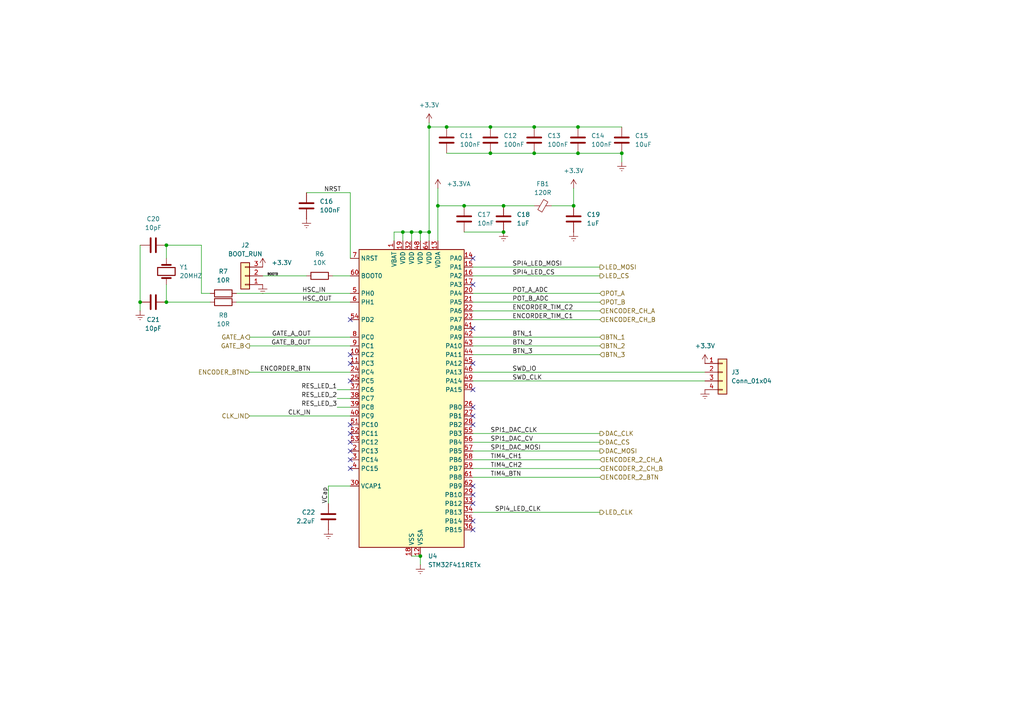
<source format=kicad_sch>
(kicad_sch (version 20231120) (generator "eeschema") (generator_version "8.0")
  (paper "A4")
  (lib_symbols
    (symbol "Connector_Generic:Conn_01x03" (pin_names (offset 1.016) hide)
      (property "Reference" "J" (at 0 5.08 0))
      (property "Value" "Conn_01x03" (at 0 -5.08 0))
      (symbol "Conn_01x03_1_1"
        (rectangle (start -1.27 -2.413) (end 0 -2.667) (stroke (width 0.1524)))
        (rectangle (start -1.27 0.127) (end 0 -0.127) (stroke (width 0.1524)))
        (rectangle (start -1.27 2.667) (end 0 2.413) (stroke (width 0.1524)))
        (rectangle (start -1.27 3.81) (end 1.27 -3.81) (stroke (width 0.254)) (fill (type background)))
        (pin passive line (at -5.08 2.54 0) (length 3.81) (name "Pin_1") (number "1"))
        (pin passive line (at -5.08 0 0) (length 3.81) (name "Pin_2") (number "2"))
        (pin passive line (at -5.08 -2.54 0) (length 3.81) (name "Pin_3") (number "3"))
      )
    )
    (symbol "Connector_Generic:Conn_01x04" (pin_names (offset 1.016) hide)
      (property "Reference" "J" (at 0 5.08 0))
      (property "Value" "Conn_01x04" (at 0 -7.62 0))
      (symbol "Conn_01x04_1_1"
        (rectangle (start -1.27 -4.953) (end 0 -5.207) (stroke (width 0.1524)))
        (rectangle (start -1.27 -2.413) (end 0 -2.667) (stroke (width 0.1524)))
        (rectangle (start -1.27 0.127) (end 0 -0.127) (stroke (width 0.1524)))
        (rectangle (start -1.27 2.667) (end 0 2.413) (stroke (width 0.1524)))
        (rectangle (start -1.27 3.81) (end 1.27 -6.35) (stroke (width 0.254)) (fill (type background)))
        (pin passive line (at -5.08 2.54 0) (length 3.81) (name "Pin_1") (number "1"))
        (pin passive line (at -5.08 0 0) (length 3.81) (name "Pin_2") (number "2"))
        (pin passive line (at -5.08 -2.54 0) (length 3.81) (name "Pin_3") (number "3"))
        (pin passive line (at -5.08 -5.08 0) (length 3.81) (name "Pin_4") (number "4"))
      )
    )
    (symbol "Device:C" (pin_numbers hide) (pin_names (offset 0.254))
      (property "Reference" "C" (at 0.635 2.54 0))
      (property "Value" "C" (at 0.635 -2.54 0))
      (symbol "C_0_1"
        (polyline (pts (xy -2.032 -0.762) (xy 2.032 -0.762)) (stroke (width 0.508)))
        (polyline (pts (xy -2.032 0.762) (xy 2.032 0.762)) (stroke (width 0.508)))
      )
      (symbol "C_1_1"
        (pin passive line (at 0 3.81 270) (length 2.794) (name "~") (number "1"))
        (pin passive line (at 0 -3.81 90) (length 2.794) (name "~") (number "2"))
      )
    )
    (symbol "Device:Crystal" (pin_numbers hide) (pin_names (offset 1.016) hide)
      (property "Reference" "Y" (at 0 3.81 0))
      (property "Value" "Crystal" (at 0 -3.81 0))
      (symbol "Crystal_0_1"
        (rectangle (start -1.143 2.54) (end 1.143 -2.54) (stroke (width 0.3048)))
        (polyline (pts (xy -2.54 0) (xy -1.905 0)))
        (polyline (pts (xy -1.905 -1.27) (xy -1.905 1.27)) (stroke (width 0.508)))
        (polyline (pts (xy 1.905 -1.27) (xy 1.905 1.27)) (stroke (width 0.508)))
        (polyline (pts (xy 2.54 0) (xy 1.905 0)))
      )
      (symbol "Crystal_1_1"
        (pin passive line (at -3.81 0 0) (length 1.27) (name "1") (number "1"))
        (pin passive line (at 3.81 0 180) (length 1.27) (name "2") (number "2"))
      )
    )
    (symbol "Device:FerriteBead_Small" (pin_numbers hide) (pin_names (offset 0))
      (property "Reference" "FB" (at 1.905 1.27 0))
      (property "Value" "FerriteBead_Small" (at 1.905 -1.27 0))
      (symbol "FerriteBead_Small_0_1"
        (polyline (pts (xy 0 -1.27) (xy 0 -0.7874)))
        (polyline (pts (xy 0 0.889) (xy 0 1.2954)))
        (polyline (pts (xy -1.8288 0.2794) (xy -1.1176 1.4986) (xy 1.8288 -0.2032) (xy 1.1176 -1.4224) (xy -1.8288 0.2794)))
      )
      (symbol "FerriteBead_Small_1_1"
        (pin passive line (at 0 2.54 270) (length 1.27) (name "~") (number "1"))
        (pin passive line (at 0 -2.54 90) (length 1.27) (name "~") (number "2"))
      )
    )
    (symbol "Device:R" (pin_numbers hide) (pin_names (offset 0))
      (property "Reference" "R" (at 2.032 0 90))
      (property "Value" "R" (at 0 0 90))
      (symbol "R_0_1"
        (rectangle (start -1.016 -2.54) (end 1.016 2.54) (stroke (width 0.254)))
      )
      (symbol "R_1_1"
        (pin passive line (at 0 3.81 270) (length 1.27) (name "~") (number "1"))
        (pin passive line (at 0 -3.81 90) (length 1.27) (name "~") (number "2"))
      )
    )
    (symbol "MCU_ST_STM32F4:STM32F411RETx"
      (property "Reference" "U" (at -15.24 44.45 0))
      (property "Value" "STM32F411RETx" (at 10.16 44.45 0))
      (symbol "STM32F411RETx_0_1"
        (rectangle (start -15.24 -43.18) (end 15.24 43.18) (stroke (width 0.254)) (fill (type background)))
      )
      (symbol "STM32F411RETx_1_1"
        (pin power_in line (at -5.08 45.72 270) (length 2.54) (name "VBAT") (number "1"))
        (pin bidirectional line (at -17.78 12.7 0) (length 2.54) (name "PC2") (number "10"))
        (pin bidirectional line (at -17.78 10.16 0) (length 2.54) (name "PC3") (number "11"))
        (pin power_in line (at 2.54 -45.72 90) (length 2.54) (name "VSSA") (number "12"))
        (pin power_in line (at 7.62 45.72 270) (length 2.54) (name "VDDA") (number "13"))
        (pin bidirectional line (at 17.78 40.64 180) (length 2.54) (name "PA0") (number "14"))
        (pin bidirectional line (at 17.78 38.1 180) (length 2.54) (name "PA1") (number "15"))
        (pin bidirectional line (at 17.78 35.56 180) (length 2.54) (name "PA2") (number "16"))
        (pin bidirectional line (at 17.78 33.02 180) (length 2.54) (name "PA3") (number "17"))
        (pin power_in line (at 0 -45.72 90) (length 2.54) (name "VSS") (number "18"))
        (pin power_in line (at -2.54 45.72 270) (length 2.54) (name "VDD") (number "19"))
        (pin bidirectional line (at -17.78 -15.24 0) (length 2.54) (name "PC13") (number "2"))
        (pin bidirectional line (at 17.78 30.48 180) (length 2.54) (name "PA4") (number "20"))
        (pin bidirectional line (at 17.78 27.94 180) (length 2.54) (name "PA5") (number "21"))
        (pin bidirectional line (at 17.78 25.4 180) (length 2.54) (name "PA6") (number "22"))
        (pin bidirectional line (at 17.78 22.86 180) (length 2.54) (name "PA7") (number "23"))
        (pin bidirectional line (at -17.78 7.62 0) (length 2.54) (name "PC4") (number "24"))
        (pin bidirectional line (at -17.78 5.08 0) (length 2.54) (name "PC5") (number "25"))
        (pin bidirectional line (at 17.78 -2.54 180) (length 2.54) (name "PB0") (number "26"))
        (pin bidirectional line (at 17.78 -5.08 180) (length 2.54) (name "PB1") (number "27"))
        (pin bidirectional line (at 17.78 -7.62 180) (length 2.54) (name "PB2") (number "28"))
        (pin bidirectional line (at 17.78 -27.94 180) (length 2.54) (name "PB10") (number "29"))
        (pin bidirectional line (at -17.78 -17.78 0) (length 2.54) (name "PC14") (number "3"))
        (pin power_out line (at -17.78 -25.4 0) (length 2.54) (name "VCAP1") (number "30"))
        (pin passive line (at 0 -45.72 90) (length 2.54) hide (name "VSS") (number "31"))
        (pin power_in line (at 0 45.72 270) (length 2.54) (name "VDD") (number "32"))
        (pin bidirectional line (at 17.78 -30.48 180) (length 2.54) (name "PB12") (number "33"))
        (pin bidirectional line (at 17.78 -33.02 180) (length 2.54) (name "PB13") (number "34"))
        (pin bidirectional line (at 17.78 -35.56 180) (length 2.54) (name "PB14") (number "35"))
        (pin bidirectional line (at 17.78 -38.1 180) (length 2.54) (name "PB15") (number "36"))
        (pin bidirectional line (at -17.78 2.54 0) (length 2.54) (name "PC6") (number "37"))
        (pin bidirectional line (at -17.78 0 0) (length 2.54) (name "PC7") (number "38"))
        (pin bidirectional line (at -17.78 -2.54 0) (length 2.54) (name "PC8") (number "39"))
        (pin bidirectional line (at -17.78 -20.32 0) (length 2.54) (name "PC15") (number "4"))
        (pin bidirectional line (at -17.78 -5.08 0) (length 2.54) (name "PC9") (number "40"))
        (pin bidirectional line (at 17.78 20.32 180) (length 2.54) (name "PA8") (number "41"))
        (pin bidirectional line (at 17.78 17.78 180) (length 2.54) (name "PA9") (number "42"))
        (pin bidirectional line (at 17.78 15.24 180) (length 2.54) (name "PA10") (number "43"))
        (pin bidirectional line (at 17.78 12.7 180) (length 2.54) (name "PA11") (number "44"))
        (pin bidirectional line (at 17.78 10.16 180) (length 2.54) (name "PA12") (number "45"))
        (pin bidirectional line (at 17.78 7.62 180) (length 2.54) (name "PA13") (number "46"))
        (pin passive line (at 0 -45.72 90) (length 2.54) hide (name "VSS") (number "47"))
        (pin power_in line (at 2.54 45.72 270) (length 2.54) (name "VDD") (number "48"))
        (pin bidirectional line (at 17.78 5.08 180) (length 2.54) (name "PA14") (number "49"))
        (pin bidirectional line (at -17.78 30.48 0) (length 2.54) (name "PH0") (number "5"))
        (pin bidirectional line (at 17.78 2.54 180) (length 2.54) (name "PA15") (number "50"))
        (pin bidirectional line (at -17.78 -7.62 0) (length 2.54) (name "PC10") (number "51"))
        (pin bidirectional line (at -17.78 -10.16 0) (length 2.54) (name "PC11") (number "52"))
        (pin bidirectional line (at -17.78 -12.7 0) (length 2.54) (name "PC12") (number "53"))
        (pin bidirectional line (at -17.78 22.86 0) (length 2.54) (name "PD2") (number "54"))
        (pin bidirectional line (at 17.78 -10.16 180) (length 2.54) (name "PB3") (number "55"))
        (pin bidirectional line (at 17.78 -12.7 180) (length 2.54) (name "PB4") (number "56"))
        (pin bidirectional line (at 17.78 -15.24 180) (length 2.54) (name "PB5") (number "57"))
        (pin bidirectional line (at 17.78 -17.78 180) (length 2.54) (name "PB6") (number "58"))
        (pin bidirectional line (at 17.78 -20.32 180) (length 2.54) (name "PB7") (number "59"))
        (pin bidirectional line (at -17.78 27.94 0) (length 2.54) (name "PH1") (number "6"))
        (pin input line (at -17.78 35.56 0) (length 2.54) (name "BOOT0") (number "60"))
        (pin bidirectional line (at 17.78 -22.86 180) (length 2.54) (name "PB8") (number "61"))
        (pin bidirectional line (at 17.78 -25.4 180) (length 2.54) (name "PB9") (number "62"))
        (pin passive line (at 0 -45.72 90) (length 2.54) hide (name "VSS") (number "63"))
        (pin power_in line (at 5.08 45.72 270) (length 2.54) (name "VDD") (number "64"))
        (pin input line (at -17.78 40.64 0) (length 2.54) (name "NRST") (number "7"))
        (pin bidirectional line (at -17.78 17.78 0) (length 2.54) (name "PC0") (number "8"))
        (pin bidirectional line (at -17.78 15.24 0) (length 2.54) (name "PC1") (number "9"))
      )
    )
    (symbol "power:+3.3V" (power) (pin_numbers hide) (pin_names (offset 0) hide)
      (property "Value" "+3.3V" (at 0 3.556 0))
      (symbol "+3.3V_0_1"
        (polyline (pts (xy -0.762 1.27) (xy 0 2.54)))
        (polyline (pts (xy 0 0) (xy 0 2.54)))
        (polyline (pts (xy 0 2.54) (xy 0.762 1.27)))
      )
      (symbol "+3.3V_1_1"
        (pin power_in line (at 0 0 90) (length 0) (name "~") (number "1"))
      )
    )
    (symbol "power:GNDREF" (power) (pin_numbers hide) (pin_names (offset 0) hide)
      (property "Value" "GNDREF" (at 0 -3.81 0))
      (symbol "GNDREF_0_1"
        (polyline (pts (xy -0.635 -1.905) (xy 0.635 -1.905)))
        (polyline (pts (xy -0.127 -2.54) (xy 0.127 -2.54)))
        (polyline (pts (xy 0 -1.27) (xy 0 0)))
        (polyline (pts (xy 1.27 -1.27) (xy -1.27 -1.27)))
      )
      (symbol "GNDREF_1_1"
        (pin power_in line (at 0 0 270) (length 0) (name "~") (number "1"))
      )
    )
  )
  (junction (at 124.46 67.31))
  (junction (at 48.26 87.63))
  (junction (at 167.64 36.83))
  (junction (at 121.92 67.31))
  (junction (at 142.24 36.83))
  (junction (at 116.84 67.31))
  (junction (at 127 59.69))
  (junction (at 121.92 161.29))
  (junction (at 142.24 44.45))
  (junction (at 166.37 59.69))
  (junction (at 124.46 36.83))
  (junction (at 167.64 44.45))
  (junction (at 154.94 36.83))
  (junction (at 48.26 71.12))
  (junction (at 129.54 36.83))
  (junction (at 134.62 59.69))
  (junction (at 180.34 44.45))
  (junction (at 146.05 59.69))
  (junction (at 154.94 44.45))
  (junction (at 40.64 87.63))
  (junction (at 119.38 67.31))
  (junction (at 146.05 67.31))
  (no_connect (at 137.16 113.03))
  (no_connect (at 137.16 120.65))
  (no_connect (at 101.6 110.49))
  (no_connect (at 101.6 102.87))
  (no_connect (at 137.16 74.93))
  (no_connect (at 137.16 146.05))
  (no_connect (at 137.16 105.41))
  (no_connect (at 101.6 125.73))
  (no_connect (at 101.6 105.41))
  (no_connect (at 101.6 128.27))
  (no_connect (at 101.6 92.71))
  (no_connect (at 137.16 118.11))
  (no_connect (at 137.16 123.19))
  (no_connect (at 137.16 82.55))
  (no_connect (at 101.6 130.81))
  (no_connect (at 137.16 153.67))
  (no_connect (at 101.6 123.19))
  (no_connect (at 137.16 140.97))
  (no_connect (at 137.16 95.25))
  (no_connect (at 101.6 135.89))
  (no_connect (at 101.6 133.35))
  (no_connect (at 137.16 151.13))
  (no_connect (at 137.16 143.51))
  (wire (pts (xy 127 59.69) (xy 127 54.61)))
  (wire (pts (xy 72.39 97.79) (xy 101.6 97.79)))
  (wire (pts (xy 180.34 46.99) (xy 180.34 44.45)))
  (wire (pts (xy 137.16 110.49) (xy 204.47 110.49)))
  (wire (pts (xy 137.16 133.35) (xy 173.99 133.35)))
  (wire (pts (xy 40.64 71.12) (xy 40.64 87.63)))
  (wire (pts (xy 142.24 44.45) (xy 154.94 44.45)))
  (wire (pts (xy 48.26 87.63) (xy 60.96 87.63)))
  (wire (pts (xy 48.26 74.93) (xy 48.26 71.12)))
  (wire (pts (xy 97.79 115.57) (xy 101.6 115.57)))
  (wire (pts (xy 137.16 130.81) (xy 173.99 130.81)))
  (wire (pts (xy 97.79 113.03) (xy 101.6 113.03)))
  (wire (pts (xy 95.25 140.97) (xy 101.6 140.97)))
  (wire (pts (xy 137.16 80.01) (xy 173.99 80.01)))
  (wire (pts (xy 58.42 85.09) (xy 60.96 85.09)))
  (wire (pts (xy 137.16 128.27) (xy 173.99 128.27)))
  (wire (pts (xy 72.39 120.65) (xy 101.6 120.65)))
  (wire (pts (xy 116.84 67.31) (xy 114.3 67.31)))
  (wire (pts (xy 97.79 118.11) (xy 101.6 118.11)))
  (wire (pts (xy 124.46 67.31) (xy 124.46 69.85)))
  (wire (pts (xy 137.16 102.87) (xy 173.99 102.87)))
  (wire (pts (xy 121.92 67.31) (xy 121.92 69.85)))
  (wire (pts (xy 137.16 125.73) (xy 173.99 125.73)))
  (wire (pts (xy 124.46 35.56) (xy 124.46 36.83)))
  (wire (pts (xy 129.54 36.83) (xy 142.24 36.83)))
  (wire (pts (xy 40.64 87.63) (xy 40.64 90.17)))
  (wire (pts (xy 137.16 77.47) (xy 173.99 77.47)))
  (wire (pts (xy 48.26 82.55) (xy 48.26 87.63)))
  (wire (pts (xy 167.64 36.83) (xy 180.34 36.83)))
  (wire (pts (xy 142.24 36.83) (xy 154.94 36.83)))
  (wire (pts (xy 137.16 135.89) (xy 173.99 135.89)))
  (wire (pts (xy 137.16 85.09) (xy 173.99 85.09)))
  (wire (pts (xy 119.38 67.31) (xy 121.92 67.31)))
  (wire (pts (xy 154.94 44.45) (xy 167.64 44.45)))
  (wire (pts (xy 48.26 71.12) (xy 58.42 71.12)))
  (wire (pts (xy 101.6 74.93) (xy 101.6 55.88)))
  (wire (pts (xy 76.2 80.01) (xy 88.9 80.01)))
  (wire (pts (xy 124.46 36.83) (xy 124.46 67.31)))
  (wire (pts (xy 72.39 100.33) (xy 101.6 100.33)))
  (wire (pts (xy 116.84 69.85) (xy 116.84 67.31)))
  (wire (pts (xy 137.16 100.33) (xy 173.99 100.33)))
  (wire (pts (xy 119.38 67.31) (xy 119.38 69.85)))
  (wire (pts (xy 137.16 90.17) (xy 173.99 90.17)))
  (wire (pts (xy 119.38 161.29) (xy 121.92 161.29)))
  (wire (pts (xy 72.39 107.95) (xy 101.6 107.95)))
  (wire (pts (xy 114.3 67.31) (xy 114.3 69.85)))
  (wire (pts (xy 137.16 97.79) (xy 173.99 97.79)))
  (wire (pts (xy 68.58 87.63) (xy 101.6 87.63)))
  (wire (pts (xy 101.6 55.88) (xy 88.9 55.88)))
  (wire (pts (xy 137.16 148.59) (xy 173.99 148.59)))
  (wire (pts (xy 134.62 59.69) (xy 146.05 59.69)))
  (wire (pts (xy 166.37 54.61) (xy 166.37 59.69)))
  (wire (pts (xy 121.92 67.31) (xy 124.46 67.31)))
  (wire (pts (xy 127 59.69) (xy 134.62 59.69)))
  (wire (pts (xy 134.62 67.31) (xy 146.05 67.31)))
  (wire (pts (xy 121.92 163.83) (xy 121.92 161.29)))
  (wire (pts (xy 116.84 67.31) (xy 119.38 67.31)))
  (wire (pts (xy 137.16 107.95) (xy 204.47 107.95)))
  (wire (pts (xy 95.25 140.97) (xy 95.25 146.05)))
  (wire (pts (xy 129.54 44.45) (xy 142.24 44.45)))
  (wire (pts (xy 96.52 80.01) (xy 101.6 80.01)))
  (wire (pts (xy 137.16 87.63) (xy 173.99 87.63)))
  (wire (pts (xy 146.05 59.69) (xy 154.94 59.69)))
  (wire (pts (xy 137.16 92.71) (xy 173.99 92.71)))
  (wire (pts (xy 127 69.85) (xy 127 59.69)))
  (wire (pts (xy 58.42 71.12) (xy 58.42 85.09)))
  (wire (pts (xy 124.46 36.83) (xy 129.54 36.83)))
  (wire (pts (xy 167.64 44.45) (xy 180.34 44.45)))
  (wire (pts (xy 154.94 36.83) (xy 167.64 36.83)))
  (wire (pts (xy 160.02 59.69) (xy 166.37 59.69)))
  (wire (pts (xy 68.58 85.09) (xy 101.6 85.09)))
  (wire (pts (xy 137.16 138.43) (xy 173.99 138.43)))
  (label "TIM4_CH2" (at 142.24 135.89 0))
  (label "TIM4_CH1" (at 142.24 133.35 0))
  (label "SWD_IO" (at 148.59 107.95 0))
  (label "SWD_CLK" (at 148.59 110.49 0))
  (label "SPI4_LED_CLK" (at 143.51 148.59 0))
  (label "ENCORDER_TIM_C2" (at 148.59 90.17 0))
  (label "NRST" (at 93.98 55.88 0))
  (label "CLK_IN" (at 90.17 120.65 180))
  (label "HSC_IN" (at 87.63 85.09 0))
  (label "TIM4_BTN" (at 142.24 138.43 0))
  (label "RES_LED_1" (at 97.79 113.03 180))
  (label "RES_LED_3" (at 97.79 118.11 180))
  (label "BTN_2" (at 148.59 100.33 0))
  (label "BTN_1" (at 148.59 97.79 0))
  (label "ENCORDER_BTN" (at 90.17 107.95 180))
  (label "SPI4_LED_MOSI" (at 148.59 77.47 0))
  (label "POT_A_ADC" (at 148.59 85.09 0))
  (label "VCap" (at 95.25 146.05 90))
  (label "POT_B_ADC" (at 148.59 87.63 0))
  (label "BTN_3" (at 148.59 102.87 0))
  (label "SPI1_DAC_CLK" (at 142.24 125.73 0))
  (label "RES_LED_2" (at 97.79 115.57 180))
  (label "SPI1_DAC_MOSI" (at 142.24 130.81 0))
  (label "ENCORDER_TIM_C1" (at 148.59 92.71 0))
  (label "HSC_OUT" (at 87.63 87.63 0))
  (label "BOOT0" (at 77.47 80.01 0) (effects (font (size 0.635 0.635))))
  (label "SPI4_LED_CS" (at 148.59 80.01 0))
  (label "GATE_A_OUT" (at 90.17 97.79 180))
  (label "GATE_B_OUT" (at 90.17 100.33 180))
  (label "SPI1_DAC_CV" (at 142.24 128.27 0))
  (hierarchical_label "POT_A" (shape input) (at 173.99 85.09 0))
  (hierarchical_label "BTN_2" (shape input) (at 173.99 100.33 0))
  (hierarchical_label "BTN_1" (shape input) (at 173.99 97.79 0))
  (hierarchical_label "GATE_A" (shape output) (at 72.39 97.79 180))
  (hierarchical_label "ENCODER_2_BTN" (shape input) (at 173.99 138.43 0))
  (hierarchical_label "DAC_CLK" (shape output) (at 173.99 125.73 0))
  (hierarchical_label "CLK_IN" (shape input) (at 72.39 120.65 180))
  (hierarchical_label "LED_CS" (shape output) (at 173.99 80.01 0))
  (hierarchical_label "DAC_MOSI" (shape output) (at 173.99 130.81 0))
  (hierarchical_label "ENCODER_CH_B" (shape input) (at 173.99 92.71 0))
  (hierarchical_label "BTN_3" (shape input) (at 173.99 102.87 0))
  (hierarchical_label "ENCODER_2_CH_A" (shape input) (at 173.99 133.35 0))
  (hierarchical_label "ENCODER_BTN" (shape input) (at 72.39 107.95 180))
  (hierarchical_label "LED_CLK" (shape output) (at 173.99 148.59 0))
  (hierarchical_label "DAC_CS" (shape output) (at 173.99 128.27 0))
  (hierarchical_label "LED_MOSI" (shape output) (at 173.99 77.47 0))
  (hierarchical_label "GATE_B" (shape output) (at 72.39 100.33 180))
  (hierarchical_label "ENCODER_CH_A" (shape input) (at 173.99 90.17 0))
  (hierarchical_label "POT_B" (shape input) (at 173.99 87.63 0))
  (hierarchical_label "ENCODER_2_CH_B" (shape input) (at 173.99 135.89 0))
  (symbol (lib_id "power:GNDREF") (at 95.25 153.67 0) (unit 1)
    (property "Reference" "#PWR046" (effects (hide yes)))
    (property "Value" "GNDREF" (effects (hide yes)))
    (property "Description" "Power symbol creates a global label with name \"GNDREF\" , reference supply ground" (effects (hide yes)))
  )
  (symbol (lib_id "Device:C") (at 167.64 40.64 180) (unit 1)
    (property "Reference" "C14" (at 171.45 39.3699 0) (effects (justify right)))
    (property "Value" "100nF" (at 171.45 41.9099 0) (effects (justify right)))
    (property "Footprint" "Capacitor_SMD:C_0805_2012Metric_Pad1.18x1.45mm_HandSolder" (effects (hide yes)))
    (property "Description" "Unpolarized capacitor" (effects (hide yes)))
  )
  (symbol (lib_id "power:GNDREF") (at 40.64 90.17 0) (unit 1)
    (property "Reference" "#PWR043" (effects (hide yes)))
    (property "Value" "GNDREF" (effects (hide yes)))
    (property "Description" "Power symbol creates a global label with name \"GNDREF\" , reference supply ground" (effects (hide yes)))
  )
  (symbol (lib_id "power:+3.3V") (at 124.46 35.56 0) (unit 1)
    (property "Reference" "#PWR034" (effects (hide yes)))
    (property "Value" "+3.3V" (at 124.46 30.48 0))
    (property "Description" "Power symbol creates a global label with name \"+3.3V\"" (effects (hide yes)))
  )
  (symbol (lib_id "power:GNDREF") (at 121.92 163.83 0) (unit 1)
    (property "Reference" "#PWR047" (effects (hide yes)))
    (property "Value" "GNDREF" (effects (hide yes)))
    (property "Description" "Power symbol creates a global label with name \"GNDREF\" , reference supply ground" (effects (hide yes)))
  )
  (symbol (lib_id "Device:Crystal") (at 48.26 78.74 270) (unit 1)
    (property "Reference" "Y1" (at 52.07 77.4699 90) (effects (justify left)))
    (property "Value" "20MHZ" (at 52.07 80.0099 90) (effects (justify left)))
    (property "Footprint" "Crystal:Crystal_SMD_HC49-SD_HandSoldering" (effects (hide yes)))
    (property "Description" "Two pin crystal" (effects (hide yes)))
  )
  (symbol (lib_id "Device:C") (at 88.9 59.69 0) (unit 1)
    (property "Reference" "C16" (at 92.71 58.4199 0) (effects (justify left)))
    (property "Value" "100nF" (at 92.71 60.9599 0) (effects (justify left)))
    (property "Footprint" "Capacitor_SMD:C_0805_2012Metric_Pad1.18x1.45mm_HandSolder" (effects (hide yes)))
    (property "Description" "Unpolarized capacitor" (effects (hide yes)))
  )
  (symbol (lib_id "power:+3.3V") (at 166.37 54.61 0) (unit 1)
    (property "Reference" "#PWR037" (effects (hide yes)))
    (property "Value" "+3.3V" (at 166.37 49.53 0))
    (property "Description" "Power symbol creates a global label with name \"+3.3V\"" (effects (hide yes)))
  )
  (symbol (lib_id "power:+3.3V") (at 76.2 77.47 0) (unit 1)
    (property "Reference" "#PWR041" (effects (hide yes)))
    (property "Value" "+3.3V" (at 78.74 76.1999 0) (effects (justify left)))
    (property "Description" "Power symbol creates a global label with name \"+3.3V\"" (effects (hide yes)))
  )
  (symbol (lib_id "Device:FerriteBead_Small") (at 157.48 59.69 90) (unit 1)
    (property "Reference" "FB1" (at 157.4419 53.34 90))
    (property "Value" "120R" (at 157.4419 55.88 90))
    (property "Footprint" "Inductor_SMD:L_0805_2012Metric_Pad1.05x1.20mm_HandSolder" (effects (hide yes)))
    (property "Description" "Ferrite bead, small symbol" (effects (hide yes)))
  )
  (symbol (lib_id "power:GNDREF") (at 146.05 67.31 0) (unit 1)
    (property "Reference" "#PWR039" (effects (hide yes)))
    (property "Value" "GNDREF" (effects (hide yes)))
    (property "Description" "Power symbol creates a global label with name \"GNDREF\" , reference supply ground" (effects (hide yes)))
  )
  (symbol (lib_id "Device:C") (at 166.37 63.5 180) (unit 1)
    (property "Reference" "C19" (at 170.18 62.2299 0) (effects (justify right)))
    (property "Value" "1uF" (at 170.18 64.7699 0) (effects (justify right)))
    (property "Footprint" "Capacitor_SMD:C_0805_2012Metric_Pad1.18x1.45mm_HandSolder" (effects (hide yes)))
    (property "Description" "Unpolarized capacitor" (effects (hide yes)))
  )
  (symbol (lib_id "Device:C") (at 154.94 40.64 180) (unit 1)
    (property "Reference" "C13" (at 158.75 39.3699 0) (effects (justify right)))
    (property "Value" "100nF" (at 158.75 41.9099 0) (effects (justify right)))
    (property "Footprint" "Capacitor_SMD:C_0805_2012Metric_Pad1.18x1.45mm_HandSolder" (effects (hide yes)))
    (property "Description" "Unpolarized capacitor" (effects (hide yes)))
  )
  (symbol (lib_id "Device:R") (at 64.77 87.63 90) (unit 1)
    (property "Reference" "R8" (at 64.77 91.44 90))
    (property "Value" "10R" (at 64.77 93.98 90))
    (property "Footprint" "Resistor_SMD:R_0805_2012Metric_Pad1.20x1.40mm_HandSolder" (effects (hide yes)))
    (property "Description" "Resistor" (effects (hide yes)))
  )
  (symbol (lib_id "Device:C") (at 134.62 63.5 180) (unit 1)
    (property "Reference" "C17" (at 138.43 62.2299 0) (effects (justify right)))
    (property "Value" "10nF" (at 138.43 64.7699 0) (effects (justify right)))
    (property "Footprint" "Capacitor_SMD:C_0805_2012Metric_Pad1.18x1.45mm_HandSolder" (effects (hide yes)))
    (property "Description" "Unpolarized capacitor" (effects (hide yes)))
  )
  (symbol (lib_id "Connector_Generic:Conn_01x04") (at 209.55 107.95 0) (unit 1)
    (property "Reference" "J3" (at 212.09 107.9499 0) (effects (justify left)))
    (property "Value" "Conn_01x04" (at 212.09 110.4899 0) (effects (justify left)))
    (property "Footprint" "Connector_PinHeader_2.54mm:PinHeader_1x04_P2.54mm_Vertical" (effects (hide yes)))
    (property "Description" "Generic connector, single row, 01x04, script generated (kicad-library-utils/schlib/autogen/connector/)" (effects (hide yes)))
  )
  (symbol (lib_id "power:GNDREF") (at 204.47 113.03 0) (unit 1)
    (property "Reference" "#PWR045" (effects (hide yes)))
    (property "Value" "GNDREF" (effects (hide yes)))
    (property "Description" "Power symbol creates a global label with name \"GNDREF\" , reference supply ground" (effects (hide yes)))
  )
  (symbol (lib_id "Device:C") (at 146.05 63.5 180) (unit 1)
    (property "Reference" "C18" (at 149.86 62.2299 0) (effects (justify right)))
    (property "Value" "1uF" (at 149.86 64.7699 0) (effects (justify right)))
    (property "Footprint" "Capacitor_SMD:C_0805_2012Metric_Pad1.18x1.45mm_HandSolder" (effects (hide yes)))
    (property "Description" "Unpolarized capacitor" (effects (hide yes)))
  )
  (symbol (lib_id "power:GNDREF") (at 76.2 82.55 0) (unit 1)
    (property "Reference" "#PWR042" (effects (hide yes)))
    (property "Value" "GNDREF" (effects (hide yes)))
    (property "Description" "Power symbol creates a global label with name \"GNDREF\" , reference supply ground" (effects (hide yes)))
  )
  (symbol (lib_id "MCU_ST_STM32F4:STM32F411RETx") (at 119.38 115.57 0) (unit 1)
    (property "Reference" "U4" (at 124.1141 161.29 0) (effects (justify left)))
    (property "Value" "STM32F411RETx" (at 124.1141 163.83 0) (effects (justify left)))
    (property "Footprint" "Package_QFP:LQFP-64_10x10mm_P0.5mm" (effects (hide yes)))
    (property "Datasheet" "https://www.st.com/resource/en/datasheet/stm32f411re.pdf" (effects (hide yes)))
    (property "Description" "STMicroelectronics Arm Cortex-M4 MCU, 512KB flash, 128KB RAM, 100 MHz, 1.7-3.6V, 50 GPIO, LQFP64" (effects (hide yes)))
  )
  (symbol (lib_id "Device:C") (at 44.45 71.12 270) (unit 1)
    (property "Reference" "C20" (at 44.45 63.5 90))
    (property "Value" "10pF" (at 44.45 66.04 90))
    (property "Footprint" "Capacitor_SMD:C_0805_2012Metric_Pad1.18x1.45mm_HandSolder" (effects (hide yes)))
    (property "Description" "Unpolarized capacitor" (effects (hide yes)))
  )
  (symbol (lib_id "Device:C") (at 180.34 40.64 180) (unit 1)
    (property "Reference" "C15" (at 184.15 39.3699 0) (effects (justify right)))
    (property "Value" "10uF" (at 184.15 41.9099 0) (effects (justify right)))
    (property "Footprint" "Capacitor_SMD:C_0805_2012Metric_Pad1.18x1.45mm_HandSolder" (effects (hide yes)))
    (property "Description" "Unpolarized capacitor" (effects (hide yes)))
  )
  (symbol (lib_id "Device:C") (at 129.54 40.64 180) (unit 1)
    (property "Reference" "C11" (at 133.35 39.3699 0) (effects (justify right)))
    (property "Value" "100nF" (at 133.35 41.9099 0) (effects (justify right)))
    (property "Footprint" "Capacitor_SMD:C_0805_2012Metric_Pad1.18x1.45mm_HandSolder" (effects (hide yes)))
    (property "Description" "Unpolarized capacitor" (effects (hide yes)))
  )
  (symbol (lib_id "power:+3.3V") (at 127 54.61 0) (unit 1)
    (property "Reference" "#PWR036" (effects (hide yes)))
    (property "Value" "+3.3VA" (at 129.54 53.3399 0) (effects (justify left)))
    (property "Description" "Power symbol creates a global label with name \"+3.3V\"" (effects (hide yes)))
  )
  (symbol (lib_id "Device:C") (at 44.45 87.63 270) (unit 1)
    (property "Reference" "C21" (at 44.45 92.71 90))
    (property "Value" "10pF" (at 44.45 95.25 90))
    (property "Footprint" "Capacitor_SMD:C_0805_2012Metric_Pad1.18x1.45mm_HandSolder" (effects (hide yes)))
    (property "Description" "Unpolarized capacitor" (effects (hide yes)))
  )
  (symbol (lib_id "Connector_Generic:Conn_01x03") (at 71.12 80.01 180) (unit 1)
    (property "Reference" "J2" (at 71.12 71.12 0))
    (property "Value" "BOOT_RUN" (at 71.12 73.66 0))
    (property "Footprint" "Connector_PinHeader_2.54mm:PinHeader_1x03_P2.54mm_Vertical" (effects (hide yes)))
    (property "Description" "Generic connector, single row, 01x03, script generated (kicad-library-utils/schlib/autogen/connector/)" (effects (hide yes)))
  )
  (symbol (lib_id "power:GNDREF") (at 180.34 46.99 0) (unit 1)
    (property "Reference" "#PWR035" (effects (hide yes)))
    (property "Value" "GNDREF" (effects (hide yes)))
    (property "Description" "Power symbol creates a global label with name \"GNDREF\" , reference supply ground" (effects (hide yes)))
  )
  (symbol (lib_id "power:+3.3V") (at 204.47 105.41 0) (unit 1)
    (property "Reference" "#PWR044" (effects (hide yes)))
    (property "Value" "+3.3V" (at 204.47 100.33 0))
    (property "Description" "Power symbol creates a global label with name \"+3.3V\"" (effects (hide yes)))
  )
  (symbol (lib_id "Device:C") (at 95.25 149.86 0) (unit 1)
    (property "Reference" "C22" (at 91.44 148.5899 0) (effects (justify right)))
    (property "Value" "2.2uF" (at 91.44 151.1299 0) (effects (justify right)))
    (property "Footprint" "Capacitor_SMD:C_0805_2012Metric_Pad1.18x1.45mm_HandSolder" (effects (hide yes)))
    (property "Description" "Unpolarized capacitor" (effects (hide yes)))
  )
  (symbol (lib_id "Device:R") (at 64.77 85.09 90) (unit 1)
    (property "Reference" "R7" (at 64.77 78.74 90))
    (property "Value" "10R" (at 64.77 81.28 90))
    (property "Footprint" "Resistor_SMD:R_0805_2012Metric_Pad1.20x1.40mm_HandSolder" (effects (hide yes)))
    (property "Description" "Resistor" (effects (hide yes)))
  )
  (symbol (lib_id "Device:C") (at 142.24 40.64 180) (unit 1)
    (property "Reference" "C12" (at 146.05 39.3699 0) (effects (justify right)))
    (property "Value" "100nF" (at 146.05 41.9099 0) (effects (justify right)))
    (property "Footprint" "Capacitor_SMD:C_0805_2012Metric_Pad1.18x1.45mm_HandSolder" (effects (hide yes)))
    (property "Description" "Unpolarized capacitor" (effects (hide yes)))
  )
  (symbol (lib_id "power:GNDREF") (at 166.37 67.31 0) (unit 1)
    (property "Reference" "#PWR040" (effects (hide yes)))
    (property "Value" "GNDREF" (effects (hide yes)))
    (property "Description" "Power symbol creates a global label with name \"GNDREF\" , reference supply ground" (effects (hide yes)))
  )
  (symbol (lib_id "power:GNDREF") (at 88.9 63.5 0) (unit 1)
    (property "Reference" "#PWR038" (effects (hide yes)))
    (property "Value" "GNDREF" (effects (hide yes)))
    (property "Description" "Power symbol creates a global label with name \"GNDREF\" , reference supply ground" (effects (hide yes)))
  )
  (symbol (lib_id "Device:R") (at 92.71 80.01 90) (unit 1)
    (property "Reference" "R6" (at 92.71 73.66 90))
    (property "Value" "10K" (at 92.71 76.2 90))
    (property "Footprint" "Resistor_SMD:R_0805_2012Metric_Pad1.20x1.40mm_HandSolder" (effects (hide yes)))
    (property "Description" "Resistor" (effects (hide yes)))
  )
)
</source>
